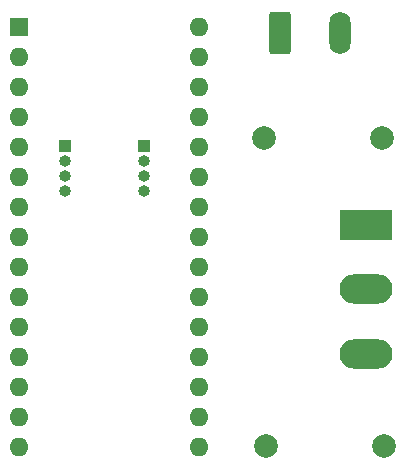
<source format=gbr>
%TF.GenerationSoftware,KiCad,Pcbnew,8.0.2*%
%TF.CreationDate,2024-06-22T21:26:24+03:00*%
%TF.ProjectId,TARTI,54415254-492e-46b6-9963-61645f706362,rev?*%
%TF.SameCoordinates,Original*%
%TF.FileFunction,Soldermask,Bot*%
%TF.FilePolarity,Negative*%
%FSLAX46Y46*%
G04 Gerber Fmt 4.6, Leading zero omitted, Abs format (unit mm)*
G04 Created by KiCad (PCBNEW 8.0.2) date 2024-06-22 21:26:24*
%MOMM*%
%LPD*%
G01*
G04 APERTURE LIST*
G04 Aperture macros list*
%AMRoundRect*
0 Rectangle with rounded corners*
0 $1 Rounding radius*
0 $2 $3 $4 $5 $6 $7 $8 $9 X,Y pos of 4 corners*
0 Add a 4 corners polygon primitive as box body*
4,1,4,$2,$3,$4,$5,$6,$7,$8,$9,$2,$3,0*
0 Add four circle primitives for the rounded corners*
1,1,$1+$1,$2,$3*
1,1,$1+$1,$4,$5*
1,1,$1+$1,$6,$7*
1,1,$1+$1,$8,$9*
0 Add four rect primitives between the rounded corners*
20,1,$1+$1,$2,$3,$4,$5,0*
20,1,$1+$1,$4,$5,$6,$7,0*
20,1,$1+$1,$6,$7,$8,$9,0*
20,1,$1+$1,$8,$9,$2,$3,0*%
G04 Aperture macros list end*
%ADD10C,2.000000*%
%ADD11R,1.000000X1.000000*%
%ADD12O,1.000000X1.000000*%
%ADD13R,1.600000X1.600000*%
%ADD14O,1.600000X1.600000*%
%ADD15RoundRect,0.250000X-0.650000X-1.550000X0.650000X-1.550000X0.650000X1.550000X-0.650000X1.550000X0*%
%ADD16O,1.800000X3.600000*%
%ADD17R,4.500000X2.500000*%
%ADD18O,4.500000X2.500000*%
G04 APERTURE END LIST*
D10*
%TO.C,C2*%
X24240400Y-41748800D03*
X34240400Y-41748800D03*
%TD*%
D11*
%TO.C,J2*%
X13975000Y-16348800D03*
D12*
X13975000Y-17618800D03*
X13975000Y-18888800D03*
X13975000Y-20158800D03*
%TD*%
D13*
%TO.C,A1*%
X3378200Y-6299200D03*
D14*
X3378200Y-8839200D03*
X3378200Y-11379200D03*
X3378200Y-13919200D03*
X3378200Y-16459200D03*
X3378200Y-18999200D03*
X3378200Y-21539200D03*
X3378200Y-24079200D03*
X3378200Y-26619200D03*
X3378200Y-29159200D03*
X3378200Y-31699200D03*
X3378200Y-34239200D03*
X3378200Y-36779200D03*
X3378200Y-39319200D03*
X3378200Y-41859200D03*
X18618200Y-41859200D03*
X18618200Y-39319200D03*
X18618200Y-36779200D03*
X18618200Y-34239200D03*
X18618200Y-31699200D03*
X18618200Y-29159200D03*
X18618200Y-26619200D03*
X18618200Y-24079200D03*
X18618200Y-21539200D03*
X18618200Y-18999200D03*
X18618200Y-16459200D03*
X18618200Y-13919200D03*
X18618200Y-11379200D03*
X18618200Y-8839200D03*
X18618200Y-6299200D03*
%TD*%
D15*
%TO.C,J3*%
X25447900Y-6753500D03*
D16*
X30527900Y-6753500D03*
%TD*%
D11*
%TO.C,J1*%
X7294800Y-16374200D03*
D12*
X7294800Y-17644200D03*
X7294800Y-18914200D03*
X7294800Y-20184200D03*
%TD*%
D17*
%TO.C,U1*%
X32771000Y-23029000D03*
D18*
X32771000Y-28479000D03*
X32771000Y-33929000D03*
%TD*%
D10*
%TO.C,C1*%
X24091800Y-15663000D03*
X34091800Y-15663000D03*
%TD*%
M02*

</source>
